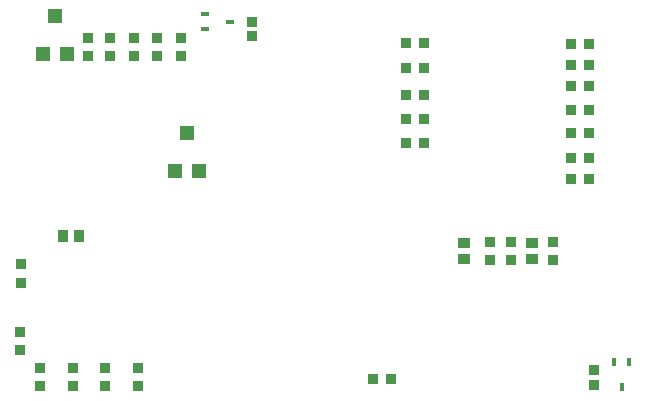
<source format=gtp>
G04*
G04 #@! TF.GenerationSoftware,Altium Limited,Altium Designer,19.0.10 (269)*
G04*
G04 Layer_Color=8421504*
%FSLAX25Y25*%
%MOIN*%
G70*
G01*
G75*
%ADD16R,0.03740X0.03347*%
%ADD17R,0.03150X0.01772*%
%ADD18R,0.01772X0.03150*%
%ADD19R,0.03543X0.03937*%
%ADD20R,0.04724X0.04724*%
%ADD21R,0.03347X0.03347*%
%ADD22R,0.03347X0.03347*%
%ADD23R,0.03937X0.03543*%
D16*
X81600Y-13361D02*
D03*
Y-8439D02*
D03*
X195668Y-124539D02*
D03*
Y-129461D02*
D03*
D17*
X66066Y-5941D02*
D03*
Y-11059D02*
D03*
X74334Y-8500D02*
D03*
D18*
X204935Y-130134D02*
D03*
X202376Y-121866D02*
D03*
X207494D02*
D03*
D19*
X18843Y-79900D02*
D03*
X24158D02*
D03*
D20*
X60000Y-45602D02*
D03*
X63937Y-58398D02*
D03*
X56063D02*
D03*
X16000Y-6602D02*
D03*
X19937Y-19398D02*
D03*
X12063D02*
D03*
D21*
X161000Y-81898D02*
D03*
Y-88000D02*
D03*
X168000Y-81949D02*
D03*
Y-88051D02*
D03*
X182000Y-88000D02*
D03*
Y-81898D02*
D03*
X22000Y-123949D02*
D03*
Y-130051D02*
D03*
X32800Y-130003D02*
D03*
Y-123900D02*
D03*
X43800D02*
D03*
Y-130003D02*
D03*
X4700Y-89400D02*
D03*
Y-95502D02*
D03*
X11000Y-123949D02*
D03*
Y-130051D02*
D03*
X4500Y-111749D02*
D03*
Y-117851D02*
D03*
X50000Y-20051D02*
D03*
Y-13949D02*
D03*
X34500Y-19949D02*
D03*
Y-13847D02*
D03*
X27000Y-20000D02*
D03*
Y-13898D02*
D03*
X42500Y-13847D02*
D03*
Y-19949D02*
D03*
X58000Y-20051D02*
D03*
Y-13949D02*
D03*
D22*
X194051Y-45602D02*
D03*
X187949D02*
D03*
Y-38000D02*
D03*
X194051D02*
D03*
X187949Y-16000D02*
D03*
X194051D02*
D03*
Y-30000D02*
D03*
X187949D02*
D03*
X194051Y-23000D02*
D03*
X187949D02*
D03*
Y-53902D02*
D03*
X194051D02*
D03*
X187949Y-61000D02*
D03*
X194051D02*
D03*
X132949Y-15600D02*
D03*
X139051D02*
D03*
X139000Y-24000D02*
D03*
X132898D02*
D03*
X139000Y-33000D02*
D03*
X132898D02*
D03*
Y-41000D02*
D03*
X139000D02*
D03*
X132898Y-49000D02*
D03*
X139000D02*
D03*
X128051Y-127500D02*
D03*
X121949D02*
D03*
D23*
X175000Y-82342D02*
D03*
Y-87657D02*
D03*
X152500Y-87420D02*
D03*
Y-82105D02*
D03*
M02*

</source>
